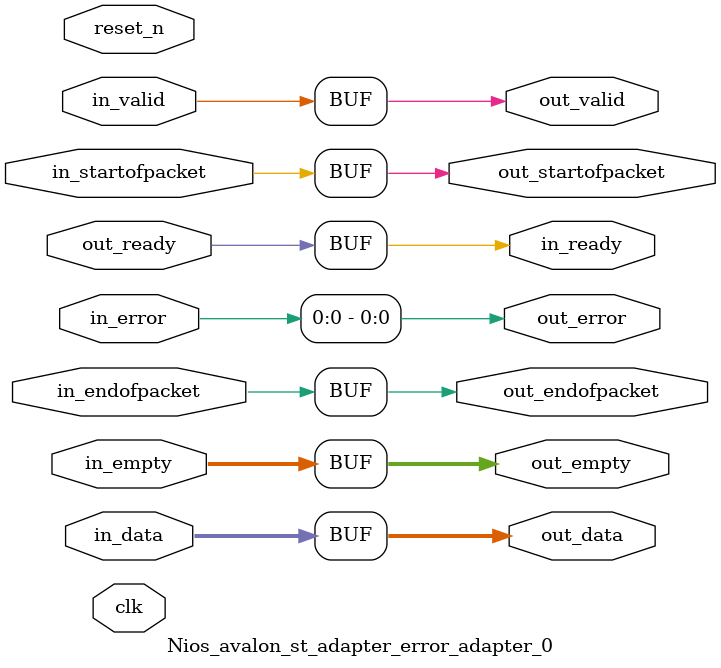
<source format=v>

`timescale 1ns / 100ps
module Nios_avalon_st_adapter_error_adapter_0 (
    
      // Interface: clk
      input              clk,
      // Interface: reset
      input              reset_n,
      // Interface: in
      output reg         in_ready,
      input              in_valid,
      input      [31: 0] in_data,
      input      [ 5: 0] in_error,
      input              in_startofpacket,
      input              in_endofpacket,
      input      [ 1: 0] in_empty,
      // Interface: out
      input              out_ready,
      output reg         out_valid,
      output reg [31: 0] out_data,
      output reg [ 0: 0] out_error,
      output reg         out_startofpacket,
      output reg         out_endofpacket,
      output reg [ 1: 0] out_empty
);



   // ---------------------------------------------------------------------
   //| Pass-through Mapping
   // ---------------------------------------------------------------------
   always @* begin
      in_ready = out_ready;
      out_valid = in_valid;
      out_data = in_data;
      out_startofpacket = in_startofpacket;
      out_endofpacket = in_endofpacket;
      out_empty = in_empty;

   end

   // ---------------------------------------------------------------------
   //| Error Mapping
   // ---------------------------------------------------------------------
   always @* begin
      out_error = 0;
      
      out_error = in_error;
   end
endmodule
</source>
